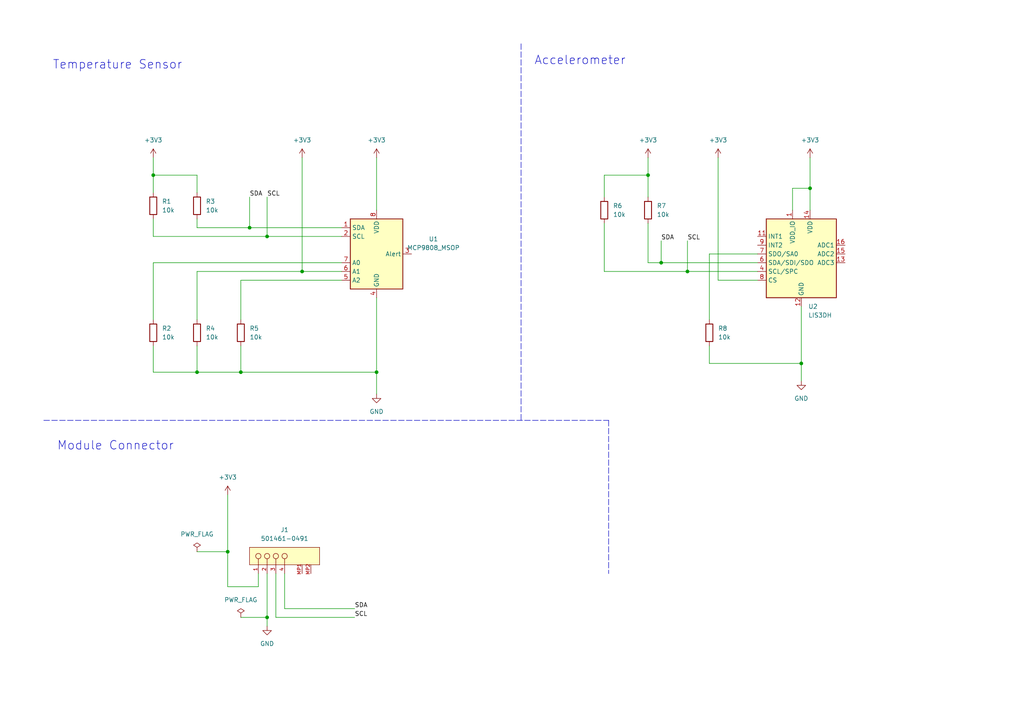
<source format=kicad_sch>
(kicad_sch (version 20211123) (generator eeschema)
  (paper "A4")
  (title_block (title "Woodstock Sensor Module Board") (date "2022-03-18") (rev "v03") (comment 2 "Team 23") (comment 3 "ECE Senior Design Project") (comment 4 "Author: Sam DuBois"))
  (lib_symbols
    (symbol "5014610491:501461-0491" (pin_names (offset 0))
      (property "Reference" "J" (at 0 12.7 0))
      (property "Value" "501461-0491" (at 0 15.24 0))
      (symbol "501461-0491_1_1"
        (rectangle (start -2.54 10.16) (end 17.78 5.08) (fill (type background)))
        (polyline (pts (xy 0 5.08) (xy 0 6.858)))
        (polyline (pts (xy 2.54 5.08) (xy 2.54 6.858)))
        (polyline (pts (xy 5.08 5.08) (xy 5.08 6.858)))
        (polyline (pts (xy 7.62 5.08) (xy 7.62 6.858)))
        (circle (center 0 7.62) (radius 0.762))
        (circle (center 2.54 7.62) (radius 0.762))
        (circle (center 5.08 7.62) (radius 0.762))
        (circle (center 7.62 7.62) (radius 0.762))
        (pin passive line (at 0 2.54 90) (length 2.54) (name "1") (number "1"))
        (pin passive line (at 2.54 2.54 90) (length 2.54) (name "2") (number "2"))
        (pin passive line (at 5.08 2.54 90) (length 2.54) (name "3") (number "3"))
        (pin passive line (at 7.62 2.54 90) (length 2.54) (name "4") (number "4"))
        (pin passive line (at 12.7 2.54 90) (length 2.54) (name "MP1") (number "MP1"))
        (pin passive line (at 15.24 2.54 90) (length 2.54) (name "MP2") (number "MP2"))
      )
    )
    (symbol "Device:R" (pin_numbers hide) (pin_names (offset 0))
      (property "Reference" "R" (at 2.032 0 90))
      (property "Value" "R" (at 0 0 90))
      (symbol "R_0_1"
        (rectangle (start -1.016 -2.54) (end 1.016 2.54) (stroke (width 0.254)))
      )
      (symbol "R_1_1"
        (pin passive line (at 0 3.81 270) (length 1.27) (name "~") (number "1"))
        (pin passive line (at 0 -3.81 90) (length 1.27) (name "~") (number "2"))
      )
    )
    (symbol "Sensor_Motion:LIS3DH"
      (property "Reference" "U" (at -7.62 11.43 0))
      (property "Value" "LIS3DH" (at 6.35 11.43 0))
      (symbol "LIS3DH_0_1"
        (rectangle (start -10.16 10.16) (end 10.16 -12.7) (stroke (width 0.254)) (fill (type background)))
      )
      (symbol "LIS3DH_1_1"
        (pin power_in line (at -2.54 12.7 270) (length 2.54) (name "VDD_IO") (number "1"))
        (pin passive line (at 0 -15.24 90) (length 2.54) hide (name "GND") (number "10"))
        (pin output line (at -12.7 5.08 0) (length 2.54) (name "INT1") (number "11"))
        (pin power_in line (at 0 -15.24 90) (length 2.54) (name "GND") (number "12"))
        (pin input line (at 12.7 -2.54 180) (length 2.54) (name "ADC3") (number "13"))
        (pin power_in line (at 2.54 12.7 270) (length 2.54) (name "VDD") (number "14"))
        (pin input line (at 12.7 0 180) (length 2.54) (name "ADC2") (number "15"))
        (pin input line (at 12.7 2.54 180) (length 2.54) (name "ADC1") (number "16"))
        (pin no_connect line (at 10.16 5.08 180) (length 2.54) hide (name "NC") (number "2"))
        (pin no_connect line (at 10.16 7.62 180) (length 2.54) hide (name "NC") (number "3"))
        (pin input line (at -12.7 -5.08 0) (length 2.54) (name "SCL/SPC") (number "4"))
        (pin passive line (at 0 -15.24 90) (length 2.54) hide (name "GND") (number "5"))
        (pin bidirectional line (at -12.7 -2.54 0) (length 2.54) (name "SDA/SDI/SDO") (number "6"))
        (pin bidirectional line (at -12.7 0 0) (length 2.54) (name "SDO/SA0") (number "7"))
        (pin input line (at -12.7 -7.62 0) (length 2.54) (name "CS") (number "8"))
        (pin output line (at -12.7 2.54 0) (length 2.54) (name "INT2") (number "9"))
      )
    )
    (symbol "Sensor_Temperature:MCP9808_MSOP"
      (property "Reference" "U" (at -6.35 11.43 0))
      (property "Value" "MCP9808_MSOP" (at 10.16 11.43 0))
      (symbol "MCP9808_MSOP_0_1"
        (rectangle (start -7.62 10.16) (end 7.62 -10.16) (stroke (width 0.254)) (fill (type background)))
      )
      (symbol "MCP9808_MSOP_1_1"
        (pin bidirectional line (at -10.16 7.62 0) (length 2.54) (name "SDA") (number "1"))
        (pin input line (at -10.16 5.08 0) (length 2.54) (name "SCL") (number "2"))
        (pin output line (at 10.16 0 180) (length 2.54) (name "Alert") (number "3"))
        (pin power_in line (at 0 -12.7 90) (length 2.54) (name "GND") (number "4"))
        (pin input line (at -10.16 -7.62 0) (length 2.54) (name "A2") (number "5"))
        (pin input line (at -10.16 -5.08 0) (length 2.54) (name "A1") (number "6"))
        (pin input line (at -10.16 -2.54 0) (length 2.54) (name "A0") (number "7"))
        (pin power_in line (at 0 12.7 270) (length 2.54) (name "VDD") (number "8"))
      )
    )
    (symbol "power:+3.3V" (power) (pin_names (offset 0))
      (property "Value" "+3.3V" (at 0 3.556 0))
      (symbol "+3.3V_0_1"
        (polyline (pts (xy -0.762 1.27) (xy 0 2.54)))
        (polyline (pts (xy 0 0) (xy 0 2.54)))
        (polyline (pts (xy 0 2.54) (xy 0.762 1.27)))
      )
      (symbol "+3.3V_1_1"
        (pin power_in line (at 0 0 90) (length 0) hide (name "+3V3") (number "1"))
      )
    )
    (symbol "power:GND" (power) (pin_names (offset 0))
      (property "Value" "GND" (at 0 -3.81 0))
      (symbol "GND_0_1"
        (polyline (pts (xy 0 0) (xy 0 -1.27) (xy 1.27 -1.27) (xy 0 -2.54) (xy -1.27 -1.27) (xy 0 -1.27)))
      )
      (symbol "GND_1_1"
        (pin power_in line (at 0 0 270) (length 0) hide (name "GND") (number "1"))
      )
    )
    (symbol "power:PWR_FLAG" (power) (pin_numbers hide) (pin_names (offset 0) hide)
      (property "Value" "PWR_FLAG" (at 0 3.81 0))
      (symbol "PWR_FLAG_0_0"
        (pin power_out line (at 0 0 90) (length 0) (name "pwr") (number "1"))
      )
      (symbol "PWR_FLAG_0_1"
        (polyline (pts (xy 0 0) (xy 0 1.27) (xy -1.016 1.905) (xy 0 2.54) (xy 1.016 1.905) (xy 0 1.27)))
      )
    )
  )
  (junction (at 66.04 160.02))
  (junction (at 187.96 50.8))
  (junction (at 199.39 78.74))
  (junction (at 191.77 76.2))
  (junction (at 77.47 68.58))
  (junction (at 77.47 179.07))
  (junction (at 109.22 107.95))
  (junction (at 87.63 78.74))
  (junction (at 232.41 105.41))
  (junction (at 234.95 54.61))
  (junction (at 69.85 107.95))
  (junction (at 72.39 66.04))
  (junction (at 57.15 107.95))
  (junction (at 44.45 50.8))
  (wire (pts (xy 80.01 179.07) (xy 102.87 179.07)))
  (wire (pts (xy 99.06 76.2) (xy 44.45 76.2)))
  (wire (pts (xy 219.71 73.66) (xy 205.74 73.66)))
  (wire (pts (xy 44.45 45.72) (xy 44.45 50.8)))
  (wire (pts (xy 199.39 69.85) (xy 199.39 78.74)))
  (wire (pts (xy 99.06 68.58) (xy 77.47 68.58)))
  (wire (pts (xy 219.71 81.28) (xy 208.28 81.28)))
  (wire (pts (xy 72.39 57.15) (xy 72.39 66.04)))
  (wire (pts (xy 77.47 57.15) (xy 77.47 68.58)))
  (wire (pts (xy 57.15 50.8) (xy 57.15 55.88)))
  (wire (pts (xy 229.87 54.61) (xy 234.95 54.61)))
  (wire (pts (xy 199.39 78.74) (xy 175.26 78.74)))
  (wire (pts (xy 109.22 86.36) (xy 109.22 107.95)))
  (wire (pts (xy 77.47 166.37) (xy 77.47 179.07)))
  (wire (pts (xy 69.85 107.95) (xy 109.22 107.95)))
  (wire (pts (xy 77.47 68.58) (xy 44.45 68.58)))
  (wire (pts (xy 234.95 54.61) (xy 234.95 60.96)))
  (wire (pts (xy 74.93 166.37) (xy 74.93 170.18)))
  (wire (pts (xy 69.85 81.28) (xy 99.06 81.28)))
  (wire (pts (xy 69.85 179.07) (xy 77.47 179.07)))
  (wire (pts (xy 77.47 179.07) (xy 77.47 181.61)))
  (wire (pts (xy 44.45 76.2) (xy 44.45 92.71)))
  (wire (pts (xy 80.01 166.37) (xy 80.01 179.07)))
  (wire (pts (xy 219.71 76.2) (xy 191.77 76.2)))
  (wire (pts (xy 187.96 76.2) (xy 187.96 64.77)))
  (wire (pts (xy 57.15 66.04) (xy 57.15 63.5)))
  (wire (pts (xy 219.71 78.74) (xy 199.39 78.74)))
  (wire (pts (xy 232.41 105.41) (xy 232.41 110.49)))
  (wire (pts (xy 44.45 68.58) (xy 44.45 63.5)))
  (wire (pts (xy 82.55 176.53) (xy 102.87 176.53)))
  (wire (pts (xy 66.04 160.02) (xy 66.04 143.51)))
  (polyline (pts (xy 176.53 121.92) (xy 176.53 166.37)))
  (wire (pts (xy 74.93 170.18) (xy 66.04 170.18)))
  (wire (pts (xy 44.45 100.33) (xy 44.45 107.95)))
  (wire (pts (xy 175.26 78.74) (xy 175.26 64.77)))
  (wire (pts (xy 109.22 107.95) (xy 109.22 114.3)))
  (wire (pts (xy 99.06 66.04) (xy 72.39 66.04)))
  (wire (pts (xy 69.85 92.71) (xy 69.85 81.28)))
  (wire (pts (xy 187.96 45.72) (xy 187.96 50.8)))
  (wire (pts (xy 82.55 166.37) (xy 82.55 176.53)))
  (wire (pts (xy 57.15 100.33) (xy 57.15 107.95)))
  (wire (pts (xy 175.26 50.8) (xy 187.96 50.8)))
  (wire (pts (xy 57.15 78.74) (xy 57.15 92.71)))
  (polyline (pts (xy 151.13 12.7) (xy 151.13 121.92)))
  (polyline (pts (xy 12.7 121.92) (xy 176.53 121.92)))
  (wire (pts (xy 191.77 76.2) (xy 187.96 76.2)))
  (wire (pts (xy 44.45 107.95) (xy 57.15 107.95)))
  (wire (pts (xy 72.39 66.04) (xy 57.15 66.04)))
  (wire (pts (xy 87.63 78.74) (xy 99.06 78.74)))
  (wire (pts (xy 205.74 105.41) (xy 232.41 105.41)))
  (wire (pts (xy 44.45 50.8) (xy 44.45 55.88)))
  (wire (pts (xy 208.28 81.28) (xy 208.28 45.72)))
  (wire (pts (xy 205.74 100.33) (xy 205.74 105.41)))
  (wire (pts (xy 57.15 160.02) (xy 66.04 160.02)))
  (wire (pts (xy 187.96 50.8) (xy 187.96 57.15)))
  (wire (pts (xy 234.95 45.72) (xy 234.95 54.61)))
  (wire (pts (xy 175.26 57.15) (xy 175.26 50.8)))
  (wire (pts (xy 66.04 170.18) (xy 66.04 160.02)))
  (wire (pts (xy 69.85 100.33) (xy 69.85 107.95)))
  (wire (pts (xy 232.41 88.9) (xy 232.41 105.41)))
  (wire (pts (xy 87.63 45.72) (xy 87.63 78.74)))
  (wire (pts (xy 229.87 60.96) (xy 229.87 54.61)))
  (wire (pts (xy 109.22 45.72) (xy 109.22 60.96)))
  (wire (pts (xy 205.74 73.66) (xy 205.74 92.71)))
  (wire (pts (xy 57.15 78.74) (xy 87.63 78.74)))
  (wire (pts (xy 57.15 50.8) (xy 44.45 50.8)))
  (wire (pts (xy 57.15 107.95) (xy 69.85 107.95)))
  (wire (pts (xy 191.77 69.85) (xy 191.77 76.2)))
  (text "Module Connector" (at 16.51 130.81 0) (effects (font (size 2.5 2.5)) (justify left bottom)))
  (text "Temperature Sensor" (at 15.24 20.32 0) (effects (font (size 2.5 2.5)) (justify left bottom)))
  (text "Accelerometer" (at 154.94 19.05 0) (effects (font (size 2.5 2.5)) (justify left bottom)))
  (label "SCL" (at 102.87 179.07 0))
  (label "SDA" (at 191.77 69.85 0))
  (label "SCL" (at 199.39 69.85 0))
  (label "SDA" (at 102.87 176.53 0))
  (label "SCL" (at 77.47 57.15 0))
  (label "SDA" (at 72.39 57.15 0))
  (symbol (lib_id "power:+3.3V") (at 87.63 45.72 0) (unit 1)
    (property "Reference" "#PWR04" (effects hide))
    (property "Value" "+3.3V" (at 87.63 40.64 0))
  )
  (symbol (lib_id "Device:R") (at 175.26 60.96 0) (unit 1)
    (property "Reference" "R6" (at 177.8 59.6899 0) (effects (justify left)))
    (property "Value" "10k" (at 177.8 62.2299 0) (effects (justify left)))
  )
  (symbol (lib_id "Device:R") (at 69.85 96.52 0) (unit 1)
    (property "Reference" "R5" (at 72.39 95.2499 0) (effects (justify left)))
    (property "Value" "10k" (at 72.39 97.7899 0) (effects (justify left)))
  )
  (symbol (lib_id "power:+3.3V") (at 187.96 45.72 0) (unit 1)
    (property "Reference" "#PWR07" (effects hide))
    (property "Value" "+3.3V" (at 187.96 40.64 0))
  )
  (symbol (lib_id "Device:R") (at 57.15 96.52 0) (unit 1)
    (property "Reference" "R4" (at 59.69 95.2499 0) (effects (justify left)))
    (property "Value" "10k" (at 59.69 97.7899 0) (effects (justify left)))
  )
  (symbol (lib_id "Device:R") (at 44.45 96.52 0) (unit 1)
    (property "Reference" "R2" (at 46.99 95.2499 0) (effects (justify left)))
    (property "Value" "10k" (at 46.99 97.7899 0) (effects (justify left)))
  )
  (symbol (lib_id "Device:R") (at 44.45 59.69 0) (unit 1)
    (property "Reference" "R1" (at 46.99 58.4199 0) (effects (justify left)))
    (property "Value" "10k" (at 46.99 60.9599 0) (effects (justify left)))
  )
  (symbol (lib_id "power:GND") (at 77.47 181.61 0) (unit 1)
    (property "Reference" "#PWR03" (effects hide))
    (property "Value" "GND" (at 77.47 186.69 0))
  )
  (symbol (lib_id "power:+3.3V") (at 234.95 45.72 0) (unit 1)
    (property "Reference" "#PWR010" (effects hide))
    (property "Value" "+3.3V" (at 234.95 40.64 0))
  )
  (symbol (lib_id "Device:R") (at 187.96 60.96 0) (unit 1)
    (property "Reference" "R7" (at 190.5 59.6899 0) (effects (justify left)))
    (property "Value" "10k" (at 190.5 62.2299 0) (effects (justify left)))
  )
  (symbol (lib_id "Sensor_Motion:LIS3DH") (at 232.41 73.66 0) (unit 1)
    (property "Reference" "U2" (at 234.4294 88.9 0) (effects (justify left)))
    (property "Value" "LIS3DH" (at 234.4294 91.44 0) (effects (justify left)))
    (property "Footprint" "Package_LGA:LGA-16_3x3mm_P0.5mm_LayoutBorder3x5y" (effects hide))
    (property "Datasheet" "https://www.st.com/resource/en/datasheet/cd00274221.pdf" (effects hide))
  )
  (symbol (lib_id "Device:R") (at 57.15 59.69 0) (unit 1)
    (property "Reference" "R3" (at 59.69 58.4199 0) (effects (justify left)))
    (property "Value" "10k" (at 59.69 60.9599 0) (effects (justify left)))
  )
  (symbol (lib_id "5014610491:501461-0491") (at 74.93 168.91 0) (unit 1)
    (property "Reference" "J1" (at 82.55 153.67 0))
    (property "Value" "501461-0491" (at 82.55 156.21 0))
    (property "Footprint" "Molex-501461-0491-*" (effects hide))
    (property "Datasheet" "http://www.molex.com/webdocs/datasheets/pdf/en-us/5014610491_FFC_FPC_CONNECTORS.pdf" (effects hide))
    (property "Circuits Loaded" "4" (effects hide))
    (property "Component Link 1 Description" "Manufacturer URL" (effects hide))
    (property "Component Link 1 URL" "http://www.molex.com/molex/index.jsp" (effects hide))
    (property "Component Link 3 Description" "Package Specification" (effects hide))
    (property "Component Link 3 URL" "http://www.molex.com/pdm_docs/sd/5014610491_sd.pdf" (effects hide))
    (property "Contact Position" "Bottom" (effects hide))
    (property "Current Max per Contact" "0.3A" (effects hide))
    (property "Durability mating cycles max" "20" (effects hide))
    (property "Entry Angle" "90degrees Angle" (effects hide))
    (property "Mated Height" "0.80mm" (effects hide))
    (property "Material   Metal" "Copper Alloy" (effects hide))
    (property "Material   Plating Mating" "Gold" (effects hide))
    (property "Material   Plating Termination" "Gold" (effects hide))
    (property "Mounting Technology" "Surface Mount" (effects hide))
    (property "Number of Rows" "1" (effects hide))
    (property "Orientation" "Right Angle" (effects hide))
    (property "PCB Locator" "No" (effects hide))
    (property "PCB Retention" "Yes" (effects hide))
    (property "Package Description" "4-Lead FPC Connector, Pitch 0.5 mm" (effects hide))
    (property "Package Version" "Rev. B, 01/2014" (effects hide))
    (property "Packing" "Tape and Reel" (effects hide))
    (property "Pitch   Mating Interface" "0.50mm" (effects hide))
    (property "Polarized to PCB" "Yes" (effects hide))
    (property "Stackable" "No" (effects hide))
    (property "Voltage Max" "50V AC (RMS)/DC" (effects hide))
    (property "category" "Conn" (effects hide))
    (property "ciiva ids" "19314859" (effects hide))
    (property "library id" "bd29650ddc765406" (effects hide))
    (property "manufacturer" "Molex" (effects hide))
    (property "package" "501461-0491" (effects hide))
    (property "release date" "1411386652" (effects hide))
    (property "rohs" "Yes" (effects hide))
    (property "vault revision" "5F166C2B-E9D9-4135-9ADB-F1D93D2D935E" (effects hide))
    (property "imported" "yes" (effects hide))
  )
  (symbol (lib_id "Sensor_Temperature:MCP9808_MSOP") (at 109.22 73.66 0) (unit 1)
    (property "Reference" "U1" (at 125.73 69.3293 0))
    (property "Value" "MCP9808_MSOP" (at 125.73 71.8693 0))
    (property "Footprint" "Package_SO:MSOP-8_3x3mm_P0.65mm" (effects hide))
    (property "Datasheet" "http://ww1.microchip.com/downloads/en/DeviceDoc/22203b.pdf" (effects hide))
  )
  (symbol (lib_id "Device:R") (at 205.74 96.52 0) (unit 1)
    (property "Reference" "R8" (at 208.28 95.2499 0) (effects (justify left)))
    (property "Value" "10k" (at 208.28 97.7899 0) (effects (justify left)))
  )
  (symbol (lib_id "power:GND") (at 232.41 110.49 0) (unit 1)
    (property "Reference" "#PWR09" (effects hide))
    (property "Value" "GND" (at 232.41 115.57 0))
  )
  (symbol (lib_id "power:+3.3V") (at 44.45 45.72 0) (unit 1)
    (property "Reference" "#PWR01" (effects hide))
    (property "Value" "+3.3V" (at 44.45 40.64 0))
  )
  (symbol (lib_id "power:+3.3V") (at 208.28 45.72 0) (unit 1)
    (property "Reference" "#PWR08" (effects hide))
    (property "Value" "+3.3V" (at 208.28 40.64 0))
  )
  (symbol (lib_id "power:PWR_FLAG") (at 57.15 160.02 0) (unit 1)
    (property "Reference" "#FLG0101" (effects hide))
    (property "Value" "PWR_FLAG" (at 57.15 154.94 0))
  )
  (symbol (lib_id "power:GND") (at 109.22 114.3 0) (unit 1)
    (property "Reference" "#PWR06" (effects hide))
    (property "Value" "GND" (at 109.22 119.38 0))
  )
  (symbol (lib_id "power:+3.3V") (at 109.22 45.72 0) (unit 1)
    (property "Reference" "#PWR05" (effects hide))
    (property "Value" "+3.3V" (at 109.22 40.64 0))
  )
  (symbol (lib_id "power:+3.3V") (at 66.04 143.51 0) (unit 1)
    (property "Reference" "#PWR02" (effects hide))
    (property "Value" "+3.3V" (at 66.04 138.43 0))
  )
  (symbol (lib_id "power:PWR_FLAG") (at 69.85 179.07 0) (unit 1)
    (property "Reference" "#FLG0102" (effects hide))
    (property "Value" "PWR_FLAG" (at 69.85 173.99 0))
  )
)
</source>
